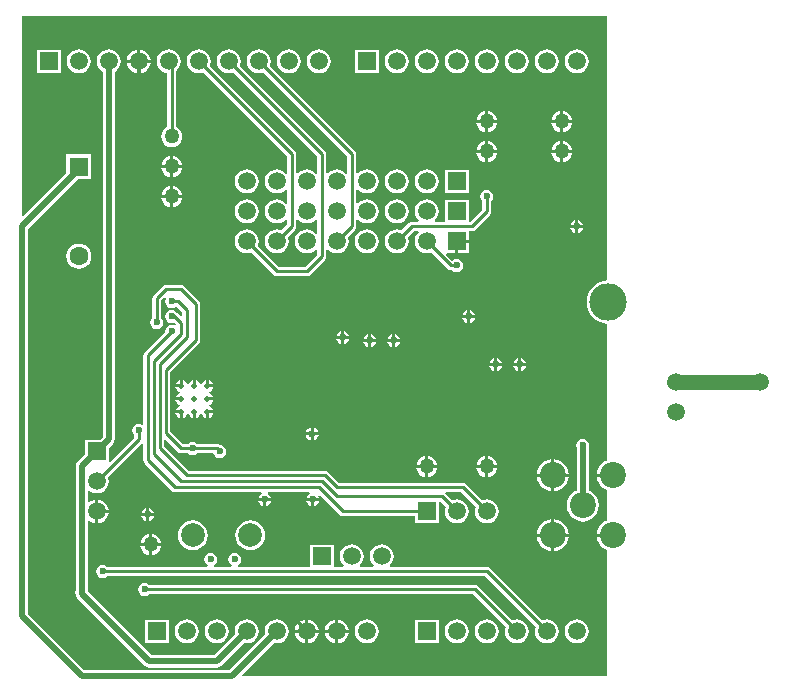
<source format=gbl>
G04 Layer_Physical_Order=2*
G04 Layer_Color=16711680*
%FSLAX25Y25*%
%MOIN*%
G70*
G01*
G75*
%ADD19C,0.01000*%
%ADD20C,0.02000*%
%ADD21C,0.05000*%
%ADD22C,0.05906*%
%ADD23R,0.05906X0.05906*%
%ADD24C,0.06299*%
%ADD25R,0.06299X0.06299*%
%ADD26C,0.12500*%
%ADD27R,0.05906X0.05906*%
%ADD28C,0.08661*%
%ADD29C,0.07874*%
%ADD30C,0.05000*%
%ADD31C,0.02362*%
%ADD32C,0.01969*%
G36*
X200000Y137034D02*
X199130Y136948D01*
X197763Y136534D01*
X196504Y135860D01*
X195400Y134954D01*
X194494Y133851D01*
X193821Y132591D01*
X193406Y131224D01*
X193266Y129803D01*
X193406Y128382D01*
X193821Y127015D01*
X194494Y125756D01*
X195400Y124652D01*
X196504Y123746D01*
X197763Y123073D01*
X199130Y122658D01*
X200000Y122572D01*
Y76942D01*
X199312Y76656D01*
X198198Y75802D01*
X197344Y74688D01*
X196807Y73392D01*
X196689Y72500D01*
X202000D01*
Y71500D01*
X196689D01*
X196807Y70608D01*
X197344Y69312D01*
X198198Y68198D01*
X199312Y67344D01*
X200000Y67058D01*
Y56941D01*
X199312Y56656D01*
X198198Y55802D01*
X197344Y54688D01*
X196807Y53392D01*
X196689Y52500D01*
X202000D01*
Y51500D01*
X196689D01*
X196807Y50608D01*
X197344Y49312D01*
X198198Y48198D01*
X199312Y47344D01*
X200000Y47058D01*
Y5000D01*
X78537D01*
X78346Y5462D01*
X89025Y16141D01*
X90000Y16013D01*
X91032Y16149D01*
X91993Y16547D01*
X92819Y17181D01*
X93453Y18007D01*
X93851Y18968D01*
X93987Y20000D01*
X93851Y21032D01*
X93453Y21993D01*
X92819Y22819D01*
X91993Y23453D01*
X91032Y23851D01*
X90000Y23987D01*
X88968Y23851D01*
X88007Y23453D01*
X87181Y22819D01*
X86547Y21993D01*
X86149Y21032D01*
X86013Y20000D01*
X86142Y19025D01*
X74155Y7039D01*
X25845D01*
X7039Y25845D01*
Y154155D01*
X23695Y170811D01*
X28150D01*
Y179110D01*
X19850D01*
Y172734D01*
X5462Y158346D01*
X5000Y158537D01*
Y225000D01*
X200000D01*
Y137034D01*
D02*
G37*
%LPC*%
G36*
X44500Y213921D02*
Y210500D01*
X47921D01*
X47851Y211032D01*
X47453Y211993D01*
X46819Y212819D01*
X45993Y213453D01*
X45032Y213851D01*
X44500Y213921D01*
D02*
G37*
G36*
X43500D02*
X42968Y213851D01*
X42007Y213453D01*
X41181Y212819D01*
X40547Y211993D01*
X40149Y211032D01*
X40079Y210500D01*
X43500D01*
Y213921D01*
D02*
G37*
G36*
X47921Y209500D02*
X44500D01*
Y206079D01*
X45032Y206149D01*
X45993Y206547D01*
X46819Y207181D01*
X47453Y208007D01*
X47851Y208968D01*
X47921Y209500D01*
D02*
G37*
G36*
X43500D02*
X40079D01*
X40149Y208968D01*
X40547Y208007D01*
X41181Y207181D01*
X42007Y206547D01*
X42968Y206149D01*
X43500Y206079D01*
Y209500D01*
D02*
G37*
G36*
X123953Y213953D02*
X116047D01*
Y206047D01*
X123953D01*
Y213953D01*
D02*
G37*
G36*
X17953D02*
X10047D01*
Y206047D01*
X17953D01*
Y213953D01*
D02*
G37*
G36*
X190000Y213987D02*
X188968Y213851D01*
X188007Y213453D01*
X187181Y212819D01*
X186547Y211993D01*
X186149Y211032D01*
X186013Y210000D01*
X186149Y208968D01*
X186547Y208007D01*
X187181Y207181D01*
X188007Y206547D01*
X188968Y206149D01*
X190000Y206013D01*
X191032Y206149D01*
X191993Y206547D01*
X192819Y207181D01*
X193453Y208007D01*
X193851Y208968D01*
X193987Y210000D01*
X193851Y211032D01*
X193453Y211993D01*
X192819Y212819D01*
X191993Y213453D01*
X191032Y213851D01*
X190000Y213987D01*
D02*
G37*
G36*
X180000D02*
X178968Y213851D01*
X178007Y213453D01*
X177181Y212819D01*
X176547Y211993D01*
X176149Y211032D01*
X176013Y210000D01*
X176149Y208968D01*
X176547Y208007D01*
X177181Y207181D01*
X178007Y206547D01*
X178968Y206149D01*
X180000Y206013D01*
X181032Y206149D01*
X181993Y206547D01*
X182819Y207181D01*
X183453Y208007D01*
X183851Y208968D01*
X183987Y210000D01*
X183851Y211032D01*
X183453Y211993D01*
X182819Y212819D01*
X181993Y213453D01*
X181032Y213851D01*
X180000Y213987D01*
D02*
G37*
G36*
X170000D02*
X168968Y213851D01*
X168007Y213453D01*
X167181Y212819D01*
X166547Y211993D01*
X166149Y211032D01*
X166013Y210000D01*
X166149Y208968D01*
X166547Y208007D01*
X167181Y207181D01*
X168007Y206547D01*
X168968Y206149D01*
X170000Y206013D01*
X171032Y206149D01*
X171993Y206547D01*
X172819Y207181D01*
X173453Y208007D01*
X173851Y208968D01*
X173987Y210000D01*
X173851Y211032D01*
X173453Y211993D01*
X172819Y212819D01*
X171993Y213453D01*
X171032Y213851D01*
X170000Y213987D01*
D02*
G37*
G36*
X160000D02*
X158968Y213851D01*
X158007Y213453D01*
X157181Y212819D01*
X156547Y211993D01*
X156149Y211032D01*
X156013Y210000D01*
X156149Y208968D01*
X156547Y208007D01*
X157181Y207181D01*
X158007Y206547D01*
X158968Y206149D01*
X160000Y206013D01*
X161032Y206149D01*
X161993Y206547D01*
X162819Y207181D01*
X163453Y208007D01*
X163851Y208968D01*
X163987Y210000D01*
X163851Y211032D01*
X163453Y211993D01*
X162819Y212819D01*
X161993Y213453D01*
X161032Y213851D01*
X160000Y213987D01*
D02*
G37*
G36*
X150000D02*
X148968Y213851D01*
X148007Y213453D01*
X147181Y212819D01*
X146547Y211993D01*
X146149Y211032D01*
X146013Y210000D01*
X146149Y208968D01*
X146547Y208007D01*
X147181Y207181D01*
X148007Y206547D01*
X148968Y206149D01*
X150000Y206013D01*
X151032Y206149D01*
X151993Y206547D01*
X152819Y207181D01*
X153453Y208007D01*
X153851Y208968D01*
X153987Y210000D01*
X153851Y211032D01*
X153453Y211993D01*
X152819Y212819D01*
X151993Y213453D01*
X151032Y213851D01*
X150000Y213987D01*
D02*
G37*
G36*
X140000D02*
X138968Y213851D01*
X138007Y213453D01*
X137181Y212819D01*
X136547Y211993D01*
X136149Y211032D01*
X136013Y210000D01*
X136149Y208968D01*
X136547Y208007D01*
X137181Y207181D01*
X138007Y206547D01*
X138968Y206149D01*
X140000Y206013D01*
X141032Y206149D01*
X141993Y206547D01*
X142819Y207181D01*
X143453Y208007D01*
X143851Y208968D01*
X143987Y210000D01*
X143851Y211032D01*
X143453Y211993D01*
X142819Y212819D01*
X141993Y213453D01*
X141032Y213851D01*
X140000Y213987D01*
D02*
G37*
G36*
X130000D02*
X128968Y213851D01*
X128007Y213453D01*
X127181Y212819D01*
X126547Y211993D01*
X126149Y211032D01*
X126013Y210000D01*
X126149Y208968D01*
X126547Y208007D01*
X127181Y207181D01*
X128007Y206547D01*
X128968Y206149D01*
X130000Y206013D01*
X131032Y206149D01*
X131993Y206547D01*
X132819Y207181D01*
X133453Y208007D01*
X133851Y208968D01*
X133987Y210000D01*
X133851Y211032D01*
X133453Y211993D01*
X132819Y212819D01*
X131993Y213453D01*
X131032Y213851D01*
X130000Y213987D01*
D02*
G37*
G36*
X104000D02*
X102968Y213851D01*
X102007Y213453D01*
X101181Y212819D01*
X100547Y211993D01*
X100149Y211032D01*
X100013Y210000D01*
X100149Y208968D01*
X100547Y208007D01*
X101181Y207181D01*
X102007Y206547D01*
X102968Y206149D01*
X104000Y206013D01*
X105032Y206149D01*
X105993Y206547D01*
X106819Y207181D01*
X107453Y208007D01*
X107851Y208968D01*
X107987Y210000D01*
X107851Y211032D01*
X107453Y211993D01*
X106819Y212819D01*
X105993Y213453D01*
X105032Y213851D01*
X104000Y213987D01*
D02*
G37*
G36*
X94000D02*
X92968Y213851D01*
X92007Y213453D01*
X91181Y212819D01*
X90547Y211993D01*
X90149Y211032D01*
X90013Y210000D01*
X90149Y208968D01*
X90547Y208007D01*
X91181Y207181D01*
X92007Y206547D01*
X92968Y206149D01*
X94000Y206013D01*
X95032Y206149D01*
X95993Y206547D01*
X96819Y207181D01*
X97453Y208007D01*
X97851Y208968D01*
X97987Y210000D01*
X97851Y211032D01*
X97453Y211993D01*
X96819Y212819D01*
X95993Y213453D01*
X95032Y213851D01*
X94000Y213987D01*
D02*
G37*
G36*
X24000D02*
X22968Y213851D01*
X22007Y213453D01*
X21181Y212819D01*
X20547Y211993D01*
X20149Y211032D01*
X20013Y210000D01*
X20149Y208968D01*
X20547Y208007D01*
X21181Y207181D01*
X22007Y206547D01*
X22968Y206149D01*
X24000Y206013D01*
X25032Y206149D01*
X25993Y206547D01*
X26819Y207181D01*
X27453Y208007D01*
X27851Y208968D01*
X27987Y210000D01*
X27851Y211032D01*
X27453Y211993D01*
X26819Y212819D01*
X25993Y213453D01*
X25032Y213851D01*
X24000Y213987D01*
D02*
G37*
G36*
X185500Y193464D02*
Y190500D01*
X188464D01*
X188410Y190914D01*
X188057Y191765D01*
X187496Y192496D01*
X186765Y193057D01*
X185914Y193410D01*
X185500Y193464D01*
D02*
G37*
G36*
X184500D02*
X184086Y193410D01*
X183235Y193057D01*
X182504Y192496D01*
X181943Y191765D01*
X181590Y190914D01*
X181536Y190500D01*
X184500D01*
Y193464D01*
D02*
G37*
G36*
X160500D02*
Y190500D01*
X163464D01*
X163410Y190914D01*
X163057Y191765D01*
X162496Y192496D01*
X161765Y193057D01*
X160914Y193410D01*
X160500Y193464D01*
D02*
G37*
G36*
X159500D02*
X159086Y193410D01*
X158235Y193057D01*
X157504Y192496D01*
X156943Y191765D01*
X156590Y190914D01*
X156536Y190500D01*
X159500D01*
Y193464D01*
D02*
G37*
G36*
X188464Y189500D02*
X185500D01*
Y186536D01*
X185914Y186590D01*
X186765Y186943D01*
X187496Y187504D01*
X188057Y188235D01*
X188410Y189086D01*
X188464Y189500D01*
D02*
G37*
G36*
X184500D02*
X181536D01*
X181590Y189086D01*
X181943Y188235D01*
X182504Y187504D01*
X183235Y186943D01*
X184086Y186590D01*
X184500Y186536D01*
Y189500D01*
D02*
G37*
G36*
X163464D02*
X160500D01*
Y186536D01*
X160914Y186590D01*
X161765Y186943D01*
X162496Y187504D01*
X163057Y188235D01*
X163410Y189086D01*
X163464Y189500D01*
D02*
G37*
G36*
X159500D02*
X156536D01*
X156590Y189086D01*
X156943Y188235D01*
X157504Y187504D01*
X158235Y186943D01*
X159086Y186590D01*
X159500Y186536D01*
Y189500D01*
D02*
G37*
G36*
X54000Y213987D02*
X52968Y213851D01*
X52007Y213453D01*
X51181Y212819D01*
X50547Y211993D01*
X50149Y211032D01*
X50013Y210000D01*
X50149Y208968D01*
X50547Y208007D01*
X51181Y207181D01*
X52007Y206547D01*
X52968Y206149D01*
X53471Y206083D01*
Y188155D01*
X53235Y188057D01*
X52504Y187496D01*
X51943Y186765D01*
X51590Y185914D01*
X51470Y185000D01*
X51590Y184086D01*
X51943Y183235D01*
X52504Y182504D01*
X53235Y181943D01*
X54086Y181590D01*
X55000Y181470D01*
X55914Y181590D01*
X56765Y181943D01*
X57496Y182504D01*
X58057Y183235D01*
X58410Y184086D01*
X58530Y185000D01*
X58410Y185914D01*
X58057Y186765D01*
X57496Y187496D01*
X56765Y188057D01*
X56529Y188155D01*
Y206959D01*
X56819Y207181D01*
X57453Y208007D01*
X57851Y208968D01*
X57987Y210000D01*
X57851Y211032D01*
X57453Y211993D01*
X56819Y212819D01*
X55993Y213453D01*
X55032Y213851D01*
X54000Y213987D01*
D02*
G37*
G36*
X185500Y183464D02*
Y180500D01*
X188464D01*
X188410Y180914D01*
X188057Y181765D01*
X187496Y182496D01*
X186765Y183057D01*
X185914Y183410D01*
X185500Y183464D01*
D02*
G37*
G36*
X184500D02*
X184086Y183410D01*
X183235Y183057D01*
X182504Y182496D01*
X181943Y181765D01*
X181590Y180914D01*
X181536Y180500D01*
X184500D01*
Y183464D01*
D02*
G37*
G36*
X160500D02*
Y180500D01*
X163464D01*
X163410Y180914D01*
X163057Y181765D01*
X162496Y182496D01*
X161765Y183057D01*
X160914Y183410D01*
X160500Y183464D01*
D02*
G37*
G36*
X159500D02*
X159086Y183410D01*
X158235Y183057D01*
X157504Y182496D01*
X156943Y181765D01*
X156590Y180914D01*
X156536Y180500D01*
X159500D01*
Y183464D01*
D02*
G37*
G36*
X188464Y179500D02*
X185500D01*
Y176536D01*
X185914Y176590D01*
X186765Y176943D01*
X187496Y177504D01*
X188057Y178235D01*
X188410Y179086D01*
X188464Y179500D01*
D02*
G37*
G36*
X184500D02*
X181536D01*
X181590Y179086D01*
X181943Y178235D01*
X182504Y177504D01*
X183235Y176943D01*
X184086Y176590D01*
X184500Y176536D01*
Y179500D01*
D02*
G37*
G36*
X163464D02*
X160500D01*
Y176536D01*
X160914Y176590D01*
X161765Y176943D01*
X162496Y177504D01*
X163057Y178235D01*
X163410Y179086D01*
X163464Y179500D01*
D02*
G37*
G36*
X159500D02*
X156536D01*
X156590Y179086D01*
X156943Y178235D01*
X157504Y177504D01*
X158235Y176943D01*
X159086Y176590D01*
X159500Y176536D01*
Y179500D01*
D02*
G37*
G36*
X55500Y178464D02*
Y175500D01*
X58464D01*
X58410Y175914D01*
X58057Y176765D01*
X57496Y177496D01*
X56765Y178057D01*
X55914Y178410D01*
X55500Y178464D01*
D02*
G37*
G36*
X54500D02*
X54086Y178410D01*
X53235Y178057D01*
X52504Y177496D01*
X51943Y176765D01*
X51590Y175914D01*
X51536Y175500D01*
X54500D01*
Y178464D01*
D02*
G37*
G36*
X84000Y213987D02*
X82968Y213851D01*
X82007Y213453D01*
X81181Y212819D01*
X80547Y211993D01*
X80149Y211032D01*
X80013Y210000D01*
X80149Y208968D01*
X80547Y208007D01*
X81181Y207181D01*
X82007Y206547D01*
X82968Y206149D01*
X84000Y206013D01*
X85032Y206149D01*
X85496Y206341D01*
X113471Y178366D01*
Y172792D01*
X112971Y172622D01*
X112819Y172819D01*
X111993Y173453D01*
X111032Y173851D01*
X110000Y173987D01*
X108968Y173851D01*
X108007Y173453D01*
X107181Y172819D01*
X107029Y172622D01*
X106529Y172792D01*
Y179000D01*
X106413Y179585D01*
X106081Y180081D01*
X77659Y208504D01*
X77851Y208968D01*
X77987Y210000D01*
X77851Y211032D01*
X77453Y211993D01*
X76819Y212819D01*
X75993Y213453D01*
X75032Y213851D01*
X74000Y213987D01*
X72968Y213851D01*
X72007Y213453D01*
X71181Y212819D01*
X70547Y211993D01*
X70149Y211032D01*
X70013Y210000D01*
X70149Y208968D01*
X70547Y208007D01*
X71181Y207181D01*
X72007Y206547D01*
X72968Y206149D01*
X74000Y206013D01*
X75032Y206149D01*
X75496Y206341D01*
X103471Y178366D01*
Y172792D01*
X102971Y172622D01*
X102819Y172819D01*
X101993Y173453D01*
X101032Y173851D01*
X100000Y173987D01*
X98968Y173851D01*
X98007Y173453D01*
X97181Y172819D01*
X97029Y172622D01*
X96529Y172792D01*
Y179000D01*
X96413Y179585D01*
X96081Y180081D01*
X67659Y208504D01*
X67851Y208968D01*
X67987Y210000D01*
X67851Y211032D01*
X67453Y211993D01*
X66819Y212819D01*
X65993Y213453D01*
X65032Y213851D01*
X64000Y213987D01*
X62968Y213851D01*
X62007Y213453D01*
X61181Y212819D01*
X60547Y211993D01*
X60149Y211032D01*
X60013Y210000D01*
X60149Y208968D01*
X60547Y208007D01*
X61181Y207181D01*
X62007Y206547D01*
X62968Y206149D01*
X64000Y206013D01*
X65032Y206149D01*
X65496Y206341D01*
X93471Y178366D01*
Y172792D01*
X92971Y172622D01*
X92819Y172819D01*
X91993Y173453D01*
X91032Y173851D01*
X90000Y173987D01*
X88968Y173851D01*
X88007Y173453D01*
X87181Y172819D01*
X86547Y171993D01*
X86149Y171032D01*
X86013Y170000D01*
X86149Y168968D01*
X86547Y168007D01*
X87181Y167181D01*
X88007Y166547D01*
X88968Y166149D01*
X90000Y166013D01*
X91032Y166149D01*
X91993Y166547D01*
X92819Y167181D01*
X92971Y167378D01*
X93471Y167209D01*
Y162792D01*
X92971Y162622D01*
X92819Y162819D01*
X91993Y163453D01*
X91032Y163851D01*
X90000Y163987D01*
X88968Y163851D01*
X88007Y163453D01*
X87181Y162819D01*
X86547Y161993D01*
X86149Y161032D01*
X86013Y160000D01*
X86149Y158968D01*
X86547Y158007D01*
X87181Y157181D01*
X88007Y156547D01*
X88968Y156149D01*
X90000Y156013D01*
X91032Y156149D01*
X91993Y156547D01*
X92819Y157181D01*
X92971Y157378D01*
X93471Y157209D01*
Y155633D01*
X91496Y153659D01*
X91032Y153851D01*
X90000Y153987D01*
X88968Y153851D01*
X88007Y153453D01*
X87181Y152819D01*
X86547Y151993D01*
X86149Y151032D01*
X86013Y150000D01*
X86149Y148968D01*
X86547Y148007D01*
X87181Y147181D01*
X88007Y146547D01*
X88968Y146149D01*
X90000Y146013D01*
X91032Y146149D01*
X91993Y146547D01*
X92819Y147181D01*
X93453Y148007D01*
X93851Y148968D01*
X93987Y150000D01*
X93851Y151032D01*
X93659Y151496D01*
X96081Y153919D01*
X96413Y154415D01*
X96529Y155000D01*
Y157209D01*
X97029Y157378D01*
X97181Y157181D01*
X98007Y156547D01*
X98968Y156149D01*
X100000Y156013D01*
X101032Y156149D01*
X101993Y156547D01*
X102819Y157181D01*
X102971Y157378D01*
X103471Y157209D01*
Y152792D01*
X102971Y152622D01*
X102819Y152819D01*
X101993Y153453D01*
X101032Y153851D01*
X100000Y153987D01*
X98968Y153851D01*
X98007Y153453D01*
X97181Y152819D01*
X96547Y151993D01*
X96149Y151032D01*
X96013Y150000D01*
X96149Y148968D01*
X96547Y148007D01*
X97181Y147181D01*
X98007Y146547D01*
X98968Y146149D01*
X100000Y146013D01*
X101032Y146149D01*
X101993Y146547D01*
X102819Y147181D01*
X102971Y147378D01*
X103471Y147208D01*
Y145633D01*
X99366Y141529D01*
X90633D01*
X83659Y148504D01*
X83851Y148968D01*
X83987Y150000D01*
X83851Y151032D01*
X83453Y151993D01*
X82819Y152819D01*
X81993Y153453D01*
X81032Y153851D01*
X80000Y153987D01*
X78968Y153851D01*
X78007Y153453D01*
X77181Y152819D01*
X76547Y151993D01*
X76149Y151032D01*
X76013Y150000D01*
X76149Y148968D01*
X76547Y148007D01*
X77181Y147181D01*
X78007Y146547D01*
X78968Y146149D01*
X80000Y146013D01*
X81032Y146149D01*
X81496Y146341D01*
X88919Y138919D01*
X89415Y138587D01*
X90000Y138471D01*
X100000D01*
X100585Y138587D01*
X101081Y138919D01*
X106081Y143919D01*
X106413Y144415D01*
X106529Y145000D01*
Y147208D01*
X107029Y147378D01*
X107181Y147181D01*
X108007Y146547D01*
X108968Y146149D01*
X110000Y146013D01*
X111032Y146149D01*
X111993Y146547D01*
X112819Y147181D01*
X113453Y148007D01*
X113851Y148968D01*
X113987Y150000D01*
X113851Y151032D01*
X113659Y151496D01*
X116081Y153919D01*
X116413Y154415D01*
X116529Y155000D01*
Y157209D01*
X117029Y157378D01*
X117181Y157181D01*
X118007Y156547D01*
X118968Y156149D01*
X120000Y156013D01*
X121032Y156149D01*
X121993Y156547D01*
X122819Y157181D01*
X123453Y158007D01*
X123851Y158968D01*
X123987Y160000D01*
X123851Y161032D01*
X123453Y161993D01*
X122819Y162819D01*
X121993Y163453D01*
X121032Y163851D01*
X120000Y163987D01*
X118968Y163851D01*
X118007Y163453D01*
X117181Y162819D01*
X117029Y162622D01*
X116529Y162792D01*
Y167209D01*
X117029Y167378D01*
X117181Y167181D01*
X118007Y166547D01*
X118968Y166149D01*
X120000Y166013D01*
X121032Y166149D01*
X121993Y166547D01*
X122819Y167181D01*
X123453Y168007D01*
X123851Y168968D01*
X123987Y170000D01*
X123851Y171032D01*
X123453Y171993D01*
X122819Y172819D01*
X121993Y173453D01*
X121032Y173851D01*
X120000Y173987D01*
X118968Y173851D01*
X118007Y173453D01*
X117181Y172819D01*
X117029Y172622D01*
X116529Y172792D01*
Y179000D01*
X116413Y179585D01*
X116081Y180081D01*
X87659Y208504D01*
X87851Y208968D01*
X87987Y210000D01*
X87851Y211032D01*
X87453Y211993D01*
X86819Y212819D01*
X85993Y213453D01*
X85032Y213851D01*
X84000Y213987D01*
D02*
G37*
G36*
X58464Y174500D02*
X55500D01*
Y171536D01*
X55914Y171590D01*
X56765Y171943D01*
X57496Y172504D01*
X58057Y173235D01*
X58410Y174086D01*
X58464Y174500D01*
D02*
G37*
G36*
X54500D02*
X51536D01*
X51590Y174086D01*
X51943Y173235D01*
X52504Y172504D01*
X53235Y171943D01*
X54086Y171590D01*
X54500Y171536D01*
Y174500D01*
D02*
G37*
G36*
X153953Y173953D02*
X146047D01*
Y166047D01*
X153953D01*
Y173953D01*
D02*
G37*
G36*
X140000Y173987D02*
X138968Y173851D01*
X138007Y173453D01*
X137181Y172819D01*
X136547Y171993D01*
X136149Y171032D01*
X136013Y170000D01*
X136149Y168968D01*
X136547Y168007D01*
X137181Y167181D01*
X138007Y166547D01*
X138968Y166149D01*
X140000Y166013D01*
X141032Y166149D01*
X141993Y166547D01*
X142819Y167181D01*
X143453Y168007D01*
X143851Y168968D01*
X143987Y170000D01*
X143851Y171032D01*
X143453Y171993D01*
X142819Y172819D01*
X141993Y173453D01*
X141032Y173851D01*
X140000Y173987D01*
D02*
G37*
G36*
X130000D02*
X128968Y173851D01*
X128007Y173453D01*
X127181Y172819D01*
X126547Y171993D01*
X126149Y171032D01*
X126013Y170000D01*
X126149Y168968D01*
X126547Y168007D01*
X127181Y167181D01*
X128007Y166547D01*
X128968Y166149D01*
X130000Y166013D01*
X131032Y166149D01*
X131993Y166547D01*
X132819Y167181D01*
X133453Y168007D01*
X133851Y168968D01*
X133987Y170000D01*
X133851Y171032D01*
X133453Y171993D01*
X132819Y172819D01*
X131993Y173453D01*
X131032Y173851D01*
X130000Y173987D01*
D02*
G37*
G36*
X80000D02*
X78968Y173851D01*
X78007Y173453D01*
X77181Y172819D01*
X76547Y171993D01*
X76149Y171032D01*
X76013Y170000D01*
X76149Y168968D01*
X76547Y168007D01*
X77181Y167181D01*
X78007Y166547D01*
X78968Y166149D01*
X80000Y166013D01*
X81032Y166149D01*
X81993Y166547D01*
X82819Y167181D01*
X83453Y168007D01*
X83851Y168968D01*
X83987Y170000D01*
X83851Y171032D01*
X83453Y171993D01*
X82819Y172819D01*
X81993Y173453D01*
X81032Y173851D01*
X80000Y173987D01*
D02*
G37*
G36*
X55500Y168464D02*
Y165500D01*
X58464D01*
X58410Y165914D01*
X58057Y166765D01*
X57496Y167496D01*
X56765Y168057D01*
X55914Y168410D01*
X55500Y168464D01*
D02*
G37*
G36*
X54500D02*
X54086Y168410D01*
X53235Y168057D01*
X52504Y167496D01*
X51943Y166765D01*
X51590Y165914D01*
X51536Y165500D01*
X54500D01*
Y168464D01*
D02*
G37*
G36*
X58464Y164500D02*
X55500D01*
Y161536D01*
X55914Y161590D01*
X56765Y161943D01*
X57496Y162504D01*
X58057Y163235D01*
X58410Y164086D01*
X58464Y164500D01*
D02*
G37*
G36*
X54500D02*
X51536D01*
X51590Y164086D01*
X51943Y163235D01*
X52504Y162504D01*
X53235Y161943D01*
X54086Y161590D01*
X54500Y161536D01*
Y164500D01*
D02*
G37*
G36*
X160000Y167224D02*
X159149Y167054D01*
X158428Y166572D01*
X157946Y165851D01*
X157776Y165000D01*
X157946Y164149D01*
X158428Y163427D01*
X158471Y163399D01*
Y160634D01*
X154453Y156616D01*
X153953Y156738D01*
Y163953D01*
X146047D01*
Y156529D01*
X142791D01*
X142622Y157029D01*
X142819Y157181D01*
X143453Y158007D01*
X143851Y158968D01*
X143987Y160000D01*
X143851Y161032D01*
X143453Y161993D01*
X142819Y162819D01*
X141993Y163453D01*
X141032Y163851D01*
X140000Y163987D01*
X138968Y163851D01*
X138007Y163453D01*
X137181Y162819D01*
X136547Y161993D01*
X136149Y161032D01*
X136013Y160000D01*
X136149Y158968D01*
X136547Y158007D01*
X137181Y157181D01*
X137378Y157029D01*
X137208Y156529D01*
X135000D01*
X134415Y156413D01*
X133919Y156081D01*
X131496Y153659D01*
X131032Y153851D01*
X130000Y153987D01*
X128968Y153851D01*
X128007Y153453D01*
X127181Y152819D01*
X126547Y151993D01*
X126149Y151032D01*
X126013Y150000D01*
X126149Y148968D01*
X126547Y148007D01*
X127181Y147181D01*
X128007Y146547D01*
X128968Y146149D01*
X130000Y146013D01*
X131032Y146149D01*
X131993Y146547D01*
X132819Y147181D01*
X133453Y148007D01*
X133851Y148968D01*
X133987Y150000D01*
X133851Y151032D01*
X133659Y151496D01*
X135634Y153471D01*
X137208D01*
X137378Y152971D01*
X137181Y152819D01*
X136547Y151993D01*
X136149Y151032D01*
X136013Y150000D01*
X136149Y148968D01*
X136547Y148007D01*
X137181Y147181D01*
X138007Y146547D01*
X138968Y146149D01*
X140000Y146013D01*
X141032Y146149D01*
X141496Y146341D01*
X146919Y140919D01*
X147415Y140587D01*
X148000Y140471D01*
X148399D01*
X148427Y140427D01*
X149149Y139945D01*
X150000Y139776D01*
X150851Y139945D01*
X151573Y140427D01*
X152055Y141149D01*
X152224Y142000D01*
X152055Y142851D01*
X151573Y143572D01*
X150851Y144054D01*
X150000Y144224D01*
X149149Y144054D01*
X148525Y143638D01*
X146578Y145585D01*
X146769Y146047D01*
X149500D01*
Y150000D01*
X150000D01*
Y150500D01*
X153953D01*
Y153471D01*
X155000D01*
X155585Y153587D01*
X156081Y153919D01*
X161081Y158919D01*
X161413Y159415D01*
X161529Y160000D01*
Y163399D01*
X161573Y163427D01*
X162055Y164149D01*
X162224Y165000D01*
X162055Y165851D01*
X161573Y166572D01*
X160851Y167054D01*
X160000Y167224D01*
D02*
G37*
G36*
X130000Y163987D02*
X128968Y163851D01*
X128007Y163453D01*
X127181Y162819D01*
X126547Y161993D01*
X126149Y161032D01*
X126013Y160000D01*
X126149Y158968D01*
X126547Y158007D01*
X127181Y157181D01*
X128007Y156547D01*
X128968Y156149D01*
X130000Y156013D01*
X131032Y156149D01*
X131993Y156547D01*
X132819Y157181D01*
X133453Y158007D01*
X133851Y158968D01*
X133987Y160000D01*
X133851Y161032D01*
X133453Y161993D01*
X132819Y162819D01*
X131993Y163453D01*
X131032Y163851D01*
X130000Y163987D01*
D02*
G37*
G36*
X80000D02*
X78968Y163851D01*
X78007Y163453D01*
X77181Y162819D01*
X76547Y161993D01*
X76149Y161032D01*
X76013Y160000D01*
X76149Y158968D01*
X76547Y158007D01*
X77181Y157181D01*
X78007Y156547D01*
X78968Y156149D01*
X80000Y156013D01*
X81032Y156149D01*
X81993Y156547D01*
X82819Y157181D01*
X83453Y158007D01*
X83851Y158968D01*
X83987Y160000D01*
X83851Y161032D01*
X83453Y161993D01*
X82819Y162819D01*
X81993Y163453D01*
X81032Y163851D01*
X80000Y163987D01*
D02*
G37*
G36*
X190500Y157124D02*
Y155500D01*
X192124D01*
X192054Y155851D01*
X191572Y156572D01*
X190851Y157054D01*
X190500Y157124D01*
D02*
G37*
G36*
X189500D02*
X189149Y157054D01*
X188427Y156572D01*
X187945Y155851D01*
X187876Y155500D01*
X189500D01*
Y157124D01*
D02*
G37*
G36*
X192124Y154500D02*
X190500D01*
Y152876D01*
X190851Y152945D01*
X191572Y153428D01*
X192054Y154149D01*
X192124Y154500D01*
D02*
G37*
G36*
X189500D02*
X187876D01*
X187945Y154149D01*
X188427Y153428D01*
X189149Y152945D01*
X189500Y152876D01*
Y154500D01*
D02*
G37*
G36*
X153953Y149500D02*
X150500D01*
Y146047D01*
X153953D01*
Y149500D01*
D02*
G37*
G36*
X120000Y153987D02*
X118968Y153851D01*
X118007Y153453D01*
X117181Y152819D01*
X116547Y151993D01*
X116149Y151032D01*
X116013Y150000D01*
X116149Y148968D01*
X116547Y148007D01*
X117181Y147181D01*
X118007Y146547D01*
X118968Y146149D01*
X120000Y146013D01*
X121032Y146149D01*
X121993Y146547D01*
X122819Y147181D01*
X123453Y148007D01*
X123851Y148968D01*
X123987Y150000D01*
X123851Y151032D01*
X123453Y151993D01*
X122819Y152819D01*
X121993Y153453D01*
X121032Y153851D01*
X120000Y153987D01*
D02*
G37*
G36*
X24000Y149225D02*
X22917Y149082D01*
X21907Y148664D01*
X21041Y147999D01*
X20375Y147132D01*
X19957Y146123D01*
X19815Y145039D01*
X19957Y143956D01*
X20375Y142947D01*
X21041Y142080D01*
X21907Y141415D01*
X22917Y140997D01*
X24000Y140854D01*
X25083Y140997D01*
X26093Y141415D01*
X26959Y142080D01*
X27625Y142947D01*
X28043Y143956D01*
X28185Y145039D01*
X28043Y146123D01*
X27625Y147132D01*
X26959Y147999D01*
X26093Y148664D01*
X25083Y149082D01*
X24000Y149225D01*
D02*
G37*
G36*
X154500Y127124D02*
Y125500D01*
X156124D01*
X156054Y125851D01*
X155572Y126573D01*
X154851Y127055D01*
X154500Y127124D01*
D02*
G37*
G36*
X153500D02*
X153149Y127055D01*
X152427Y126573D01*
X151945Y125851D01*
X151876Y125500D01*
X153500D01*
Y127124D01*
D02*
G37*
G36*
X156124Y124500D02*
X154500D01*
Y122876D01*
X154851Y122945D01*
X155572Y123427D01*
X156054Y124149D01*
X156124Y124500D01*
D02*
G37*
G36*
X153500D02*
X151876D01*
X151945Y124149D01*
X152427Y123427D01*
X153149Y122945D01*
X153500Y122876D01*
Y124500D01*
D02*
G37*
G36*
X112500Y120124D02*
Y118500D01*
X114124D01*
X114055Y118851D01*
X113573Y119572D01*
X112851Y120054D01*
X112500Y120124D01*
D02*
G37*
G36*
X111500D02*
X111149Y120054D01*
X110427Y119572D01*
X109945Y118851D01*
X109876Y118500D01*
X111500D01*
Y120124D01*
D02*
G37*
G36*
X129500Y119124D02*
Y117500D01*
X131124D01*
X131054Y117851D01*
X130572Y118572D01*
X129851Y119054D01*
X129500Y119124D01*
D02*
G37*
G36*
X128500D02*
X128149Y119054D01*
X127427Y118572D01*
X126945Y117851D01*
X126876Y117500D01*
X128500D01*
Y119124D01*
D02*
G37*
G36*
X121500D02*
Y117500D01*
X123124D01*
X123055Y117851D01*
X122573Y118572D01*
X121851Y119054D01*
X121500Y119124D01*
D02*
G37*
G36*
X120500D02*
X120149Y119054D01*
X119428Y118572D01*
X118946Y117851D01*
X118876Y117500D01*
X120500D01*
Y119124D01*
D02*
G37*
G36*
X114124Y117500D02*
X112500D01*
Y115876D01*
X112851Y115945D01*
X113573Y116428D01*
X114055Y117149D01*
X114124Y117500D01*
D02*
G37*
G36*
X111500D02*
X109876D01*
X109945Y117149D01*
X110427Y116428D01*
X111149Y115945D01*
X111500Y115876D01*
Y117500D01*
D02*
G37*
G36*
X131124Y116500D02*
X129500D01*
Y114876D01*
X129851Y114945D01*
X130572Y115427D01*
X131054Y116149D01*
X131124Y116500D01*
D02*
G37*
G36*
X128500D02*
X126876D01*
X126945Y116149D01*
X127427Y115427D01*
X128149Y114945D01*
X128500Y114876D01*
Y116500D01*
D02*
G37*
G36*
X123124D02*
X121500D01*
Y114876D01*
X121851Y114945D01*
X122573Y115427D01*
X123055Y116149D01*
X123124Y116500D01*
D02*
G37*
G36*
X120500D02*
X118876D01*
X118946Y116149D01*
X119428Y115427D01*
X120149Y114945D01*
X120500Y114876D01*
Y116500D01*
D02*
G37*
G36*
X171500Y111124D02*
Y109500D01*
X173124D01*
X173055Y109851D01*
X172573Y110573D01*
X171851Y111055D01*
X171500Y111124D01*
D02*
G37*
G36*
X170500D02*
X170149Y111055D01*
X169428Y110573D01*
X168946Y109851D01*
X168876Y109500D01*
X170500D01*
Y111124D01*
D02*
G37*
G36*
X163500D02*
Y109500D01*
X165124D01*
X165055Y109851D01*
X164573Y110573D01*
X163851Y111055D01*
X163500Y111124D01*
D02*
G37*
G36*
X162500D02*
X162149Y111055D01*
X161427Y110573D01*
X160945Y109851D01*
X160876Y109500D01*
X162500D01*
Y111124D01*
D02*
G37*
G36*
X173124Y108500D02*
X171500D01*
Y106876D01*
X171851Y106946D01*
X172573Y107428D01*
X173055Y108149D01*
X173124Y108500D01*
D02*
G37*
G36*
X170500D02*
X168876D01*
X168946Y108149D01*
X169428Y107428D01*
X170149Y106946D01*
X170500Y106876D01*
Y108500D01*
D02*
G37*
G36*
X165124D02*
X163500D01*
Y106876D01*
X163851Y106946D01*
X164573Y107428D01*
X165055Y108149D01*
X165124Y108500D01*
D02*
G37*
G36*
X162500D02*
X160876D01*
X160945Y108149D01*
X161427Y107428D01*
X162149Y106946D01*
X162500Y106876D01*
Y108500D01*
D02*
G37*
G36*
X66331Y103754D02*
X66057Y103700D01*
X65400Y103261D01*
X64962Y102605D01*
X64920Y102397D01*
X64411D01*
X64369Y102605D01*
X63931Y103261D01*
X63274Y103700D01*
X63000Y103754D01*
Y101831D01*
X62000D01*
Y103754D01*
X61726Y103700D01*
X61069Y103261D01*
X60631Y102605D01*
X60589Y102397D01*
X60080D01*
X60038Y102605D01*
X59600Y103261D01*
X58943Y103700D01*
X58669Y103754D01*
Y101831D01*
X58169D01*
Y101331D01*
X56246D01*
X56300Y101057D01*
X56739Y100400D01*
X57395Y99962D01*
X57603Y99920D01*
Y99410D01*
X57395Y99369D01*
X56739Y98931D01*
X56300Y98274D01*
X56246Y98000D01*
X58169D01*
Y97000D01*
X56246D01*
X56300Y96726D01*
X56739Y96069D01*
X57395Y95631D01*
X57603Y95590D01*
Y95080D01*
X57395Y95038D01*
X56739Y94600D01*
X56300Y93944D01*
X56246Y93669D01*
X58169D01*
Y93169D01*
X58669D01*
Y91246D01*
X58943Y91300D01*
X59600Y91739D01*
X60038Y92395D01*
X60080Y92603D01*
X60589D01*
X60631Y92395D01*
X61069Y91739D01*
X61726Y91300D01*
X62000Y91246D01*
Y93169D01*
X63000D01*
Y91246D01*
X63274Y91300D01*
X63931Y91739D01*
X64369Y92395D01*
X64411Y92603D01*
X64920D01*
X64962Y92395D01*
X65400Y91739D01*
X66057Y91300D01*
X66331Y91246D01*
Y93169D01*
X66831D01*
Y93669D01*
X68754D01*
X68700Y93944D01*
X68261Y94600D01*
X67605Y95038D01*
X67397Y95080D01*
Y95590D01*
X67605Y95631D01*
X68261Y96069D01*
X68700Y96726D01*
X68754Y97000D01*
X66831D01*
Y98000D01*
X68754D01*
X68700Y98274D01*
X68261Y98931D01*
X67605Y99369D01*
X67397Y99410D01*
Y99920D01*
X67605Y99962D01*
X68261Y100400D01*
X68700Y101057D01*
X68754Y101331D01*
X66831D01*
Y101831D01*
X66331D01*
Y103754D01*
D02*
G37*
G36*
X67331D02*
Y102331D01*
X68754D01*
X68700Y102605D01*
X68261Y103261D01*
X67605Y103700D01*
X67331Y103754D01*
D02*
G37*
G36*
X57669D02*
X57395Y103700D01*
X56739Y103261D01*
X56300Y102605D01*
X56246Y102331D01*
X57669D01*
Y103754D01*
D02*
G37*
G36*
X68754Y92669D02*
X67331D01*
Y91246D01*
X67605Y91300D01*
X68261Y91739D01*
X68700Y92395D01*
X68754Y92669D01*
D02*
G37*
G36*
X57669D02*
X56246D01*
X56300Y92395D01*
X56739Y91739D01*
X57395Y91300D01*
X57669Y91246D01*
Y92669D01*
D02*
G37*
G36*
X102300Y87949D02*
Y86324D01*
X103924D01*
X103855Y86675D01*
X103373Y87397D01*
X102651Y87879D01*
X102300Y87949D01*
D02*
G37*
G36*
X101300D02*
X100949Y87879D01*
X100227Y87397D01*
X99746Y86675D01*
X99676Y86324D01*
X101300D01*
Y87949D01*
D02*
G37*
G36*
X103924Y85324D02*
X102300D01*
Y83700D01*
X102651Y83770D01*
X103373Y84252D01*
X103855Y84973D01*
X103924Y85324D01*
D02*
G37*
G36*
X101300D02*
X99676D01*
X99746Y84973D01*
X100227Y84252D01*
X100949Y83770D01*
X101300Y83700D01*
Y85324D01*
D02*
G37*
G36*
X34000Y213987D02*
X32968Y213851D01*
X32007Y213453D01*
X31181Y212819D01*
X30547Y211993D01*
X30149Y211032D01*
X30013Y210000D01*
X30149Y208968D01*
X30547Y208007D01*
X31181Y207181D01*
X31961Y206582D01*
Y84845D01*
X31069Y83953D01*
X26047D01*
Y78931D01*
X23558Y76442D01*
X23116Y75780D01*
X22961Y75000D01*
Y33874D01*
X22945Y33851D01*
X22776Y33000D01*
X22945Y32149D01*
X23067Y31967D01*
X23116Y31720D01*
X23558Y31058D01*
X46058Y8558D01*
X46058Y8558D01*
X46720Y8116D01*
X47500Y7961D01*
X47500Y7961D01*
X70000D01*
X70780Y8116D01*
X71442Y8558D01*
X79025Y16141D01*
X80000Y16013D01*
X81032Y16149D01*
X81993Y16547D01*
X82819Y17181D01*
X83453Y18007D01*
X83851Y18968D01*
X83987Y20000D01*
X83851Y21032D01*
X83453Y21993D01*
X82819Y22819D01*
X81993Y23453D01*
X81032Y23851D01*
X80000Y23987D01*
X78968Y23851D01*
X78007Y23453D01*
X77181Y22819D01*
X76547Y21993D01*
X76149Y21032D01*
X76013Y20000D01*
X76142Y19025D01*
X69155Y12039D01*
X48345D01*
X27184Y33200D01*
X27055Y33851D01*
X27039Y33874D01*
Y56659D01*
X27539Y56906D01*
X28007Y56547D01*
X28968Y56149D01*
X29500Y56079D01*
Y60000D01*
Y63921D01*
X28968Y63851D01*
X28007Y63453D01*
X27539Y63094D01*
X27039Y63341D01*
Y66659D01*
X27539Y66906D01*
X28007Y66547D01*
X28968Y66149D01*
X30000Y66013D01*
X31032Y66149D01*
X31993Y66547D01*
X32819Y67181D01*
X33453Y68007D01*
X33851Y68968D01*
X33987Y70000D01*
X33851Y71032D01*
X33659Y71496D01*
X44971Y82808D01*
X45408Y82671D01*
X45471Y82623D01*
Y77000D01*
X45587Y76415D01*
X45919Y75919D01*
X54919Y66919D01*
X55415Y66587D01*
X56000Y66471D01*
X84873D01*
X85023Y65971D01*
X84427Y65573D01*
X83946Y64851D01*
X83876Y64500D01*
X88124D01*
X88055Y64851D01*
X87572Y65573D01*
X86977Y65971D01*
X87127Y66471D01*
X100873D01*
X101023Y65971D01*
X100427Y65573D01*
X99945Y64851D01*
X99876Y64500D01*
X104124D01*
X104054Y64851D01*
X103858Y65146D01*
X104130Y65638D01*
X104201Y65636D01*
X110919Y58919D01*
X111415Y58587D01*
X112000Y58471D01*
X136047D01*
Y56047D01*
X143953D01*
Y63262D01*
X144453Y63384D01*
X146341Y61496D01*
X146149Y61032D01*
X146013Y60000D01*
X146149Y58968D01*
X146547Y58007D01*
X147181Y57181D01*
X148007Y56547D01*
X148968Y56149D01*
X150000Y56013D01*
X151032Y56149D01*
X151993Y56547D01*
X152819Y57181D01*
X153453Y58007D01*
X153851Y58968D01*
X153987Y60000D01*
X153851Y61032D01*
X153453Y61993D01*
X152819Y62819D01*
X151993Y63453D01*
X151032Y63851D01*
X150000Y63987D01*
X148968Y63851D01*
X148504Y63659D01*
X146192Y65971D01*
X146329Y66408D01*
X146377Y66471D01*
X151366D01*
X156341Y61496D01*
X156149Y61032D01*
X156013Y60000D01*
X156149Y58968D01*
X156547Y58007D01*
X157181Y57181D01*
X158007Y56547D01*
X158968Y56149D01*
X160000Y56013D01*
X161032Y56149D01*
X161993Y56547D01*
X162819Y57181D01*
X163453Y58007D01*
X163851Y58968D01*
X163987Y60000D01*
X163851Y61032D01*
X163453Y61993D01*
X162819Y62819D01*
X161993Y63453D01*
X161032Y63851D01*
X160000Y63987D01*
X158968Y63851D01*
X158504Y63659D01*
X153081Y69081D01*
X152585Y69413D01*
X152000Y69529D01*
X110634D01*
X107081Y73081D01*
X106585Y73413D01*
X106000Y73529D01*
X60633D01*
X52529Y81634D01*
Y83654D01*
X52991Y83846D01*
X56919Y79919D01*
X57415Y79587D01*
X58000Y79471D01*
X60399D01*
X60427Y79427D01*
X61149Y78945D01*
X62000Y78776D01*
X62851Y78945D01*
X63573Y79427D01*
X63601Y79471D01*
X68881D01*
X68945Y79149D01*
X69428Y78427D01*
X70149Y77946D01*
X71000Y77776D01*
X71851Y77946D01*
X72572Y78427D01*
X73054Y79149D01*
X73224Y80000D01*
X73054Y80851D01*
X72572Y81573D01*
X71851Y82055D01*
X71000Y82224D01*
X70898Y82204D01*
X70585Y82413D01*
X70000Y82529D01*
X63601D01*
X63573Y82573D01*
X62851Y83055D01*
X62000Y83224D01*
X61149Y83055D01*
X60427Y82573D01*
X60399Y82529D01*
X58634D01*
X54529Y86633D01*
Y106367D01*
X64081Y115919D01*
X64413Y116415D01*
X64529Y117000D01*
Y129000D01*
X64413Y129585D01*
X64081Y130081D01*
X59081Y135081D01*
X58585Y135413D01*
X58000Y135529D01*
X53000D01*
X52415Y135413D01*
X51919Y135081D01*
X48919Y132081D01*
X48587Y131585D01*
X48471Y131000D01*
Y124601D01*
X48428Y124573D01*
X47945Y123851D01*
X47776Y123000D01*
X47945Y122149D01*
X48428Y121428D01*
X49149Y120946D01*
X50000Y120776D01*
X50851Y120946D01*
X51573Y121428D01*
X52055Y122149D01*
X52224Y123000D01*
X52055Y123851D01*
X51573Y124573D01*
X51529Y124601D01*
Y130367D01*
X52799Y131636D01*
X52870Y131638D01*
X53142Y131146D01*
X52946Y130851D01*
X52776Y130000D01*
X52946Y129149D01*
X53427Y128428D01*
X54149Y127945D01*
X55000Y127776D01*
X55851Y127945D01*
X56475Y128362D01*
X58471Y126366D01*
Y125183D01*
X58009Y124991D01*
X56919Y126081D01*
X56886Y126103D01*
X56573Y126573D01*
X55851Y127055D01*
X55000Y127224D01*
X54149Y127055D01*
X53427Y126573D01*
X52946Y125851D01*
X52776Y125000D01*
X52946Y124149D01*
X53427Y123427D01*
X54149Y122945D01*
X55000Y122776D01*
X55749Y122925D01*
X56355Y122319D01*
X56049Y121945D01*
X56030Y121935D01*
X55851Y122055D01*
X55000Y122224D01*
X54149Y122055D01*
X53427Y121572D01*
X52946Y120851D01*
X52776Y120000D01*
X52786Y119949D01*
X45919Y113081D01*
X45587Y112585D01*
X45471Y112000D01*
Y89171D01*
X45030Y88935D01*
X44851Y89055D01*
X44000Y89224D01*
X43149Y89055D01*
X42428Y88573D01*
X41945Y87851D01*
X41776Y87000D01*
X41945Y86149D01*
X42428Y85427D01*
X42471Y85399D01*
Y84633D01*
X34415Y76578D01*
X33953Y76769D01*
Y81069D01*
X35442Y82558D01*
X35884Y83220D01*
X36039Y84000D01*
Y206582D01*
X36819Y207181D01*
X37453Y208007D01*
X37851Y208968D01*
X37987Y210000D01*
X37851Y211032D01*
X37453Y211993D01*
X36819Y212819D01*
X35993Y213453D01*
X35032Y213851D01*
X34000Y213987D01*
D02*
G37*
G36*
X160500Y78464D02*
Y75500D01*
X163464D01*
X163410Y75914D01*
X163057Y76765D01*
X162496Y77496D01*
X161765Y78057D01*
X160914Y78410D01*
X160500Y78464D01*
D02*
G37*
G36*
X159500D02*
X159086Y78410D01*
X158235Y78057D01*
X157504Y77496D01*
X156943Y76765D01*
X156590Y75914D01*
X156536Y75500D01*
X159500D01*
Y78464D01*
D02*
G37*
G36*
X140500D02*
Y75500D01*
X143464D01*
X143410Y75914D01*
X143057Y76765D01*
X142496Y77496D01*
X141765Y78057D01*
X140914Y78410D01*
X140500Y78464D01*
D02*
G37*
G36*
X139500D02*
X139086Y78410D01*
X138235Y78057D01*
X137504Y77496D01*
X136943Y76765D01*
X136590Y75914D01*
X136536Y75500D01*
X139500D01*
Y78464D01*
D02*
G37*
G36*
X182500Y77311D02*
Y72500D01*
X187311D01*
X187194Y73392D01*
X186656Y74688D01*
X185802Y75802D01*
X184688Y76656D01*
X183392Y77193D01*
X182500Y77311D01*
D02*
G37*
G36*
X181500D02*
X180608Y77193D01*
X179312Y76656D01*
X178198Y75802D01*
X177344Y74688D01*
X176806Y73392D01*
X176689Y72500D01*
X181500D01*
Y77311D01*
D02*
G37*
G36*
X163464Y74500D02*
X160500D01*
Y71536D01*
X160914Y71590D01*
X161765Y71943D01*
X162496Y72504D01*
X163057Y73235D01*
X163410Y74086D01*
X163464Y74500D01*
D02*
G37*
G36*
X159500D02*
X156536D01*
X156590Y74086D01*
X156943Y73235D01*
X157504Y72504D01*
X158235Y71943D01*
X159086Y71590D01*
X159500Y71536D01*
Y74500D01*
D02*
G37*
G36*
X143464D02*
X140500D01*
Y71536D01*
X140914Y71590D01*
X141765Y71943D01*
X142496Y72504D01*
X143057Y73235D01*
X143410Y74086D01*
X143464Y74500D01*
D02*
G37*
G36*
X139500D02*
X136536D01*
X136590Y74086D01*
X136943Y73235D01*
X137504Y72504D01*
X138235Y71943D01*
X139086Y71590D01*
X139500Y71536D01*
Y74500D01*
D02*
G37*
G36*
X187311Y71500D02*
X182500D01*
Y66689D01*
X183392Y66807D01*
X184688Y67344D01*
X185802Y68198D01*
X186656Y69312D01*
X187194Y70608D01*
X187311Y71500D01*
D02*
G37*
G36*
X181500D02*
X176689D01*
X176806Y70608D01*
X177344Y69312D01*
X178198Y68198D01*
X179312Y67344D01*
X180608Y66807D01*
X181500Y66689D01*
Y71500D01*
D02*
G37*
G36*
X104124Y63500D02*
X102500D01*
Y61876D01*
X102851Y61945D01*
X103572Y62428D01*
X104054Y63149D01*
X104124Y63500D01*
D02*
G37*
G36*
X101500D02*
X99876D01*
X99945Y63149D01*
X100427Y62428D01*
X101149Y61945D01*
X101500Y61876D01*
Y63500D01*
D02*
G37*
G36*
X88124D02*
X86500D01*
Y61876D01*
X86851Y61945D01*
X87572Y62428D01*
X88055Y63149D01*
X88124Y63500D01*
D02*
G37*
G36*
X85500D02*
X83876D01*
X83946Y63149D01*
X84427Y62428D01*
X85149Y61945D01*
X85500Y61876D01*
Y63500D01*
D02*
G37*
G36*
X30500Y63921D02*
Y60500D01*
X33921D01*
X33851Y61032D01*
X33453Y61993D01*
X32819Y62819D01*
X31993Y63453D01*
X31032Y63851D01*
X30500Y63921D01*
D02*
G37*
G36*
X47500Y61124D02*
Y59500D01*
X49124D01*
X49055Y59851D01*
X48572Y60572D01*
X47851Y61054D01*
X47500Y61124D01*
D02*
G37*
G36*
X46500D02*
X46149Y61054D01*
X45428Y60572D01*
X44945Y59851D01*
X44876Y59500D01*
X46500D01*
Y61124D01*
D02*
G37*
G36*
X49124Y58500D02*
X47500D01*
Y56876D01*
X47851Y56946D01*
X48572Y57428D01*
X49055Y58149D01*
X49124Y58500D01*
D02*
G37*
G36*
X46500D02*
X44876D01*
X44945Y58149D01*
X45428Y57428D01*
X46149Y56946D01*
X46500Y56876D01*
Y58500D01*
D02*
G37*
G36*
X192000Y84224D02*
X191149Y84054D01*
X190427Y83573D01*
X189945Y82851D01*
X189776Y82000D01*
X189945Y81149D01*
X189961Y81126D01*
Y66925D01*
X189312Y66656D01*
X188198Y65802D01*
X187344Y64688D01*
X186806Y63392D01*
X186623Y62000D01*
X186806Y60608D01*
X187344Y59312D01*
X188198Y58198D01*
X189312Y57344D01*
X190608Y56806D01*
X192000Y56623D01*
X193392Y56806D01*
X194688Y57344D01*
X195802Y58198D01*
X196656Y59312D01*
X197194Y60608D01*
X197377Y62000D01*
X197194Y63392D01*
X196656Y64688D01*
X195802Y65802D01*
X194688Y66656D01*
X194039Y66925D01*
Y81126D01*
X194054Y81149D01*
X194224Y82000D01*
X194054Y82851D01*
X193572Y83573D01*
X192851Y84054D01*
X192000Y84224D01*
D02*
G37*
G36*
X33921Y59500D02*
X30500D01*
Y56079D01*
X31032Y56149D01*
X31993Y56547D01*
X32819Y57181D01*
X33453Y58007D01*
X33851Y58968D01*
X33921Y59500D01*
D02*
G37*
G36*
X182500Y57311D02*
Y52500D01*
X187311D01*
X187194Y53392D01*
X186656Y54688D01*
X185802Y55802D01*
X184688Y56656D01*
X183392Y57193D01*
X182500Y57311D01*
D02*
G37*
G36*
X181500D02*
X180608Y57193D01*
X179312Y56656D01*
X178198Y55802D01*
X177344Y54688D01*
X176806Y53392D01*
X176689Y52500D01*
X181500D01*
Y57311D01*
D02*
G37*
G36*
X48500Y52464D02*
Y49500D01*
X51464D01*
X51410Y49914D01*
X51057Y50765D01*
X50496Y51496D01*
X49765Y52057D01*
X48914Y52410D01*
X48500Y52464D01*
D02*
G37*
G36*
X47500D02*
X47086Y52410D01*
X46235Y52057D01*
X45504Y51496D01*
X44943Y50765D01*
X44590Y49914D01*
X44536Y49500D01*
X47500D01*
Y52464D01*
D02*
G37*
G36*
X81213Y56980D02*
X79924Y56810D01*
X78723Y56313D01*
X77692Y55521D01*
X76900Y54490D01*
X76403Y53289D01*
X76233Y52000D01*
X76403Y50711D01*
X76900Y49510D01*
X77692Y48479D01*
X78723Y47688D01*
X79924Y47190D01*
X81213Y47020D01*
X82501Y47190D01*
X83702Y47688D01*
X84734Y48479D01*
X85525Y49510D01*
X86023Y50711D01*
X86192Y52000D01*
X86023Y53289D01*
X85525Y54490D01*
X84734Y55521D01*
X83702Y56313D01*
X82501Y56810D01*
X81213Y56980D01*
D02*
G37*
G36*
X62000D02*
X60711Y56810D01*
X59510Y56313D01*
X58479Y55521D01*
X57687Y54490D01*
X57190Y53289D01*
X57020Y52000D01*
X57190Y50711D01*
X57687Y49510D01*
X58479Y48479D01*
X59510Y47688D01*
X60711Y47190D01*
X62000Y47020D01*
X63289Y47190D01*
X64490Y47688D01*
X65521Y48479D01*
X66312Y49510D01*
X66810Y50711D01*
X66980Y52000D01*
X66810Y53289D01*
X66312Y54490D01*
X65521Y55521D01*
X64490Y56313D01*
X63289Y56810D01*
X62000Y56980D01*
D02*
G37*
G36*
X187311Y51500D02*
X182500D01*
Y46689D01*
X183392Y46806D01*
X184688Y47344D01*
X185802Y48198D01*
X186656Y49312D01*
X187194Y50608D01*
X187311Y51500D01*
D02*
G37*
G36*
X181500D02*
X176689D01*
X176806Y50608D01*
X177344Y49312D01*
X178198Y48198D01*
X179312Y47344D01*
X180608Y46806D01*
X181500Y46689D01*
Y51500D01*
D02*
G37*
G36*
X51464Y48500D02*
X48500D01*
Y45536D01*
X48914Y45590D01*
X49765Y45943D01*
X50496Y46504D01*
X51057Y47235D01*
X51410Y48086D01*
X51464Y48500D01*
D02*
G37*
G36*
X47500D02*
X44536D01*
X44590Y48086D01*
X44943Y47235D01*
X45504Y46504D01*
X46235Y45943D01*
X47086Y45590D01*
X47500Y45536D01*
Y48500D01*
D02*
G37*
G36*
X125000Y48987D02*
X123968Y48851D01*
X123007Y48453D01*
X122181Y47819D01*
X121547Y46993D01*
X121149Y46032D01*
X121013Y45000D01*
X121149Y43968D01*
X121547Y43007D01*
X122181Y42181D01*
X122378Y42029D01*
X122208Y41529D01*
X117791D01*
X117622Y42029D01*
X117819Y42181D01*
X118453Y43007D01*
X118851Y43968D01*
X118987Y45000D01*
X118851Y46032D01*
X118453Y46993D01*
X117819Y47819D01*
X116993Y48453D01*
X116032Y48851D01*
X115000Y48987D01*
X113968Y48851D01*
X113007Y48453D01*
X112181Y47819D01*
X111547Y46993D01*
X111149Y46032D01*
X111013Y45000D01*
X111149Y43968D01*
X111547Y43007D01*
X112181Y42181D01*
X112378Y42029D01*
X112208Y41529D01*
X108953D01*
Y48953D01*
X101047D01*
Y41529D01*
X77127D01*
X76977Y42029D01*
X77573Y42428D01*
X78054Y43149D01*
X78224Y44000D01*
X78054Y44851D01*
X77573Y45573D01*
X76851Y46055D01*
X76000Y46224D01*
X75149Y46055D01*
X74427Y45573D01*
X73945Y44851D01*
X73776Y44000D01*
X73945Y43149D01*
X74427Y42428D01*
X75023Y42029D01*
X74873Y41529D01*
X69127D01*
X68977Y42029D01*
X69573Y42428D01*
X70055Y43149D01*
X70224Y44000D01*
X70055Y44851D01*
X69573Y45573D01*
X68851Y46055D01*
X68000Y46224D01*
X67149Y46055D01*
X66427Y45573D01*
X65946Y44851D01*
X65776Y44000D01*
X65946Y43149D01*
X66427Y42428D01*
X67023Y42029D01*
X66873Y41529D01*
X33601D01*
X33573Y41572D01*
X32851Y42055D01*
X32000Y42224D01*
X31149Y42055D01*
X30428Y41572D01*
X29945Y40851D01*
X29776Y40000D01*
X29945Y39149D01*
X30428Y38427D01*
X31149Y37945D01*
X32000Y37776D01*
X32851Y37945D01*
X33573Y38427D01*
X33601Y38471D01*
X159367D01*
X176341Y21496D01*
X176149Y21032D01*
X176013Y20000D01*
X176149Y18968D01*
X176547Y18007D01*
X177181Y17181D01*
X178007Y16547D01*
X178968Y16149D01*
X180000Y16013D01*
X181032Y16149D01*
X181993Y16547D01*
X182819Y17181D01*
X183453Y18007D01*
X183851Y18968D01*
X183987Y20000D01*
X183851Y21032D01*
X183453Y21993D01*
X182819Y22819D01*
X181993Y23453D01*
X181032Y23851D01*
X180000Y23987D01*
X178968Y23851D01*
X178504Y23659D01*
X161081Y41081D01*
X160585Y41413D01*
X160000Y41529D01*
X127792D01*
X127622Y42029D01*
X127819Y42181D01*
X128453Y43007D01*
X128851Y43968D01*
X128987Y45000D01*
X128851Y46032D01*
X128453Y46993D01*
X127819Y47819D01*
X126993Y48453D01*
X126032Y48851D01*
X125000Y48987D01*
D02*
G37*
G36*
X110500Y23921D02*
Y20500D01*
X113921D01*
X113851Y21032D01*
X113453Y21993D01*
X112819Y22819D01*
X111993Y23453D01*
X111032Y23851D01*
X110500Y23921D01*
D02*
G37*
G36*
X109500D02*
X108968Y23851D01*
X108007Y23453D01*
X107181Y22819D01*
X106547Y21993D01*
X106149Y21032D01*
X106079Y20500D01*
X109500D01*
Y23921D01*
D02*
G37*
G36*
X100500D02*
Y20500D01*
X103921D01*
X103851Y21032D01*
X103453Y21993D01*
X102819Y22819D01*
X101993Y23453D01*
X101032Y23851D01*
X100500Y23921D01*
D02*
G37*
G36*
X99500D02*
X98968Y23851D01*
X98007Y23453D01*
X97181Y22819D01*
X96547Y21993D01*
X96149Y21032D01*
X96079Y20500D01*
X99500D01*
Y23921D01*
D02*
G37*
G36*
X113921Y19500D02*
X110500D01*
Y16079D01*
X111032Y16149D01*
X111993Y16547D01*
X112819Y17181D01*
X113453Y18007D01*
X113851Y18968D01*
X113921Y19500D01*
D02*
G37*
G36*
X109500D02*
X106079D01*
X106149Y18968D01*
X106547Y18007D01*
X107181Y17181D01*
X108007Y16547D01*
X108968Y16149D01*
X109500Y16079D01*
Y19500D01*
D02*
G37*
G36*
X103921D02*
X100500D01*
Y16079D01*
X101032Y16149D01*
X101993Y16547D01*
X102819Y17181D01*
X103453Y18007D01*
X103851Y18968D01*
X103921Y19500D01*
D02*
G37*
G36*
X99500D02*
X96079D01*
X96149Y18968D01*
X96547Y18007D01*
X97181Y17181D01*
X98007Y16547D01*
X98968Y16149D01*
X99500Y16079D01*
Y19500D01*
D02*
G37*
G36*
X143953Y23953D02*
X136047D01*
Y16047D01*
X143953D01*
Y23953D01*
D02*
G37*
G36*
X53953D02*
X46047D01*
Y16047D01*
X53953D01*
Y23953D01*
D02*
G37*
G36*
X190000Y23987D02*
X188968Y23851D01*
X188007Y23453D01*
X187181Y22819D01*
X186547Y21993D01*
X186149Y21032D01*
X186013Y20000D01*
X186149Y18968D01*
X186547Y18007D01*
X187181Y17181D01*
X188007Y16547D01*
X188968Y16149D01*
X190000Y16013D01*
X191032Y16149D01*
X191993Y16547D01*
X192819Y17181D01*
X193453Y18007D01*
X193851Y18968D01*
X193987Y20000D01*
X193851Y21032D01*
X193453Y21993D01*
X192819Y22819D01*
X191993Y23453D01*
X191032Y23851D01*
X190000Y23987D01*
D02*
G37*
G36*
X46000Y36224D02*
X45149Y36055D01*
X44427Y35572D01*
X43945Y34851D01*
X43776Y34000D01*
X43945Y33149D01*
X44427Y32427D01*
X45149Y31945D01*
X46000Y31776D01*
X46851Y31945D01*
X47572Y32427D01*
X47601Y32471D01*
X155367D01*
X166341Y21496D01*
X166149Y21032D01*
X166013Y20000D01*
X166149Y18968D01*
X166547Y18007D01*
X167181Y17181D01*
X168007Y16547D01*
X168968Y16149D01*
X170000Y16013D01*
X171032Y16149D01*
X171993Y16547D01*
X172819Y17181D01*
X173453Y18007D01*
X173851Y18968D01*
X173987Y20000D01*
X173851Y21032D01*
X173453Y21993D01*
X172819Y22819D01*
X171993Y23453D01*
X171032Y23851D01*
X170000Y23987D01*
X168968Y23851D01*
X168504Y23659D01*
X157081Y35081D01*
X156585Y35413D01*
X156000Y35529D01*
X47601D01*
X47572Y35572D01*
X46851Y36055D01*
X46000Y36224D01*
D02*
G37*
G36*
X160000Y23987D02*
X158968Y23851D01*
X158007Y23453D01*
X157181Y22819D01*
X156547Y21993D01*
X156149Y21032D01*
X156013Y20000D01*
X156149Y18968D01*
X156547Y18007D01*
X157181Y17181D01*
X158007Y16547D01*
X158968Y16149D01*
X160000Y16013D01*
X161032Y16149D01*
X161993Y16547D01*
X162819Y17181D01*
X163453Y18007D01*
X163851Y18968D01*
X163987Y20000D01*
X163851Y21032D01*
X163453Y21993D01*
X162819Y22819D01*
X161993Y23453D01*
X161032Y23851D01*
X160000Y23987D01*
D02*
G37*
G36*
X150000D02*
X148968Y23851D01*
X148007Y23453D01*
X147181Y22819D01*
X146547Y21993D01*
X146149Y21032D01*
X146013Y20000D01*
X146149Y18968D01*
X146547Y18007D01*
X147181Y17181D01*
X148007Y16547D01*
X148968Y16149D01*
X150000Y16013D01*
X151032Y16149D01*
X151993Y16547D01*
X152819Y17181D01*
X153453Y18007D01*
X153851Y18968D01*
X153987Y20000D01*
X153851Y21032D01*
X153453Y21993D01*
X152819Y22819D01*
X151993Y23453D01*
X151032Y23851D01*
X150000Y23987D01*
D02*
G37*
G36*
X120000D02*
X118968Y23851D01*
X118007Y23453D01*
X117181Y22819D01*
X116547Y21993D01*
X116149Y21032D01*
X116013Y20000D01*
X116149Y18968D01*
X116547Y18007D01*
X117181Y17181D01*
X118007Y16547D01*
X118968Y16149D01*
X120000Y16013D01*
X121032Y16149D01*
X121993Y16547D01*
X122819Y17181D01*
X123453Y18007D01*
X123851Y18968D01*
X123987Y20000D01*
X123851Y21032D01*
X123453Y21993D01*
X122819Y22819D01*
X121993Y23453D01*
X121032Y23851D01*
X120000Y23987D01*
D02*
G37*
G36*
X70000D02*
X68968Y23851D01*
X68007Y23453D01*
X67181Y22819D01*
X66547Y21993D01*
X66149Y21032D01*
X66013Y20000D01*
X66149Y18968D01*
X66547Y18007D01*
X67181Y17181D01*
X68007Y16547D01*
X68968Y16149D01*
X70000Y16013D01*
X71032Y16149D01*
X71993Y16547D01*
X72819Y17181D01*
X73453Y18007D01*
X73851Y18968D01*
X73987Y20000D01*
X73851Y21032D01*
X73453Y21993D01*
X72819Y22819D01*
X71993Y23453D01*
X71032Y23851D01*
X70000Y23987D01*
D02*
G37*
G36*
X60000D02*
X58968Y23851D01*
X58007Y23453D01*
X57181Y22819D01*
X56547Y21993D01*
X56149Y21032D01*
X56013Y20000D01*
X56149Y18968D01*
X56547Y18007D01*
X57181Y17181D01*
X58007Y16547D01*
X58968Y16149D01*
X60000Y16013D01*
X61032Y16149D01*
X61993Y16547D01*
X62819Y17181D01*
X63453Y18007D01*
X63851Y18968D01*
X63987Y20000D01*
X63851Y21032D01*
X63453Y21993D01*
X62819Y22819D01*
X61993Y23453D01*
X61032Y23851D01*
X60000Y23987D01*
D02*
G37*
%LPD*%
D19*
X53000Y107000D02*
X63000Y117000D01*
X53000Y86000D02*
Y107000D01*
Y86000D02*
X58000Y81000D01*
X62000D01*
X51000Y109000D02*
X60000Y118000D01*
X51000Y81000D02*
Y109000D01*
X63000Y117000D02*
Y129000D01*
X58000Y134000D02*
X63000Y129000D01*
X53000Y134000D02*
X58000D01*
X50000Y131000D02*
X53000Y134000D01*
X50000Y123000D02*
Y131000D01*
X60000Y118000D02*
Y127000D01*
X57000Y130000D02*
X60000Y127000D01*
X55837Y125000D02*
X58000Y122837D01*
Y119000D02*
Y122837D01*
X49000Y110000D02*
X58000Y119000D01*
X55000Y125000D02*
X55837D01*
X49000Y79000D02*
Y110000D01*
X47000Y112000D02*
X55000Y120000D01*
X47000Y77000D02*
Y112000D01*
X51000Y81000D02*
X60000Y72000D01*
X49000Y79000D02*
X58000Y70000D01*
X47000Y77000D02*
X56000Y68000D01*
X152000D02*
X160000Y60000D01*
X110000Y68000D02*
X152000D01*
X106000Y72000D02*
X110000Y68000D01*
X60000Y72000D02*
X106000D01*
X145000Y65000D02*
X150000Y60000D01*
X110000Y65000D02*
X145000D01*
X105000Y70000D02*
X110000Y65000D01*
X58000Y70000D02*
X105000D01*
X112000Y60000D02*
X140000D01*
X104000Y68000D02*
X112000Y60000D01*
X56000Y68000D02*
X104000D01*
X55000Y130000D02*
X57000D01*
X30000Y70000D02*
X44000Y84000D01*
Y87000D01*
X62000Y81000D02*
X70000D01*
X71000Y80000D01*
X160000Y40000D02*
X180000Y20000D01*
X32000Y40000D02*
X160000D01*
X46000Y34000D02*
X156000D01*
X170000Y20000D01*
X84000Y210000D02*
X115000Y179000D01*
Y155000D02*
Y179000D01*
X110000Y150000D02*
X115000Y155000D01*
X64000Y210000D02*
X95000Y179000D01*
Y155000D02*
Y179000D01*
X90000Y150000D02*
X95000Y155000D01*
X74000Y210000D02*
X105000Y179000D01*
Y145000D02*
Y179000D01*
X100000Y140000D02*
X105000Y145000D01*
X90000Y140000D02*
X100000D01*
X80000Y150000D02*
X90000Y140000D01*
X55000Y185000D02*
Y209000D01*
X135000Y155000D02*
X155000D01*
X130000Y150000D02*
X135000Y155000D01*
X148000Y142000D02*
X150000D01*
X140000Y150000D02*
X148000Y142000D01*
X155000Y155000D02*
X160000Y160000D01*
Y165000D01*
X44000Y126000D02*
Y210000D01*
X90000Y30000D02*
X100000Y20000D01*
X68000Y30000D02*
X90000D01*
D20*
X34000Y84000D02*
Y210000D01*
X75000Y5000D02*
X90000Y20000D01*
X25000Y5000D02*
X75000D01*
X70000Y10000D02*
X80000Y20000D01*
X47500Y10000D02*
X70000D01*
X192000Y62000D02*
Y82000D01*
X25000Y32500D02*
X47500Y10000D01*
X25000Y75000D02*
X34000Y84000D01*
X5000Y25000D02*
X25000Y5000D01*
X5000Y25000D02*
Y155000D01*
X24980Y174980D01*
X25000Y32500D02*
Y33000D01*
Y75000D01*
D21*
X223000Y103000D02*
X251000D01*
X222500D02*
X223000D01*
D22*
X125000Y45000D02*
D03*
X115000D02*
D03*
X223000Y103000D02*
D03*
Y93000D02*
D03*
X110000Y20000D02*
D03*
X100000D02*
D03*
X80000D02*
D03*
X70000D02*
D03*
X60000D02*
D03*
X90000D02*
D03*
X120000D02*
D03*
X30000Y70000D02*
D03*
Y60000D02*
D03*
X180000Y20000D02*
D03*
X150000D02*
D03*
X160000D02*
D03*
X170000D02*
D03*
X190000D02*
D03*
X180000Y210000D02*
D03*
X170000D02*
D03*
X150000D02*
D03*
X140000D02*
D03*
X130000D02*
D03*
X160000D02*
D03*
X190000D02*
D03*
X150000Y60000D02*
D03*
X160000D02*
D03*
X74000Y210000D02*
D03*
X64000D02*
D03*
X44000D02*
D03*
X34000D02*
D03*
X24000D02*
D03*
X54000D02*
D03*
X84000D02*
D03*
X94000D02*
D03*
X104000D02*
D03*
X90000Y170000D02*
D03*
X140000D02*
D03*
X130000D02*
D03*
X120000D02*
D03*
X110000D02*
D03*
X100000D02*
D03*
X80000D02*
D03*
X90000Y160000D02*
D03*
X140000D02*
D03*
X130000D02*
D03*
X120000D02*
D03*
X110000D02*
D03*
X100000D02*
D03*
X80000D02*
D03*
X90000Y150000D02*
D03*
X140000D02*
D03*
X130000D02*
D03*
X120000D02*
D03*
X110000D02*
D03*
X100000D02*
D03*
X80000D02*
D03*
X251000Y103000D02*
D03*
D23*
X105000Y45000D02*
D03*
X50000Y20000D02*
D03*
X140000D02*
D03*
X120000Y210000D02*
D03*
X140000Y60000D02*
D03*
X14000Y210000D02*
D03*
X150000Y170000D02*
D03*
Y160000D02*
D03*
Y150000D02*
D03*
D24*
X24000Y145039D02*
D03*
D25*
Y174961D02*
D03*
D26*
X200551Y129803D02*
D03*
D27*
X30000Y80000D02*
D03*
D28*
X192000Y62000D02*
D03*
X182000Y72000D02*
D03*
X202000D02*
D03*
Y52000D02*
D03*
X182000D02*
D03*
D29*
X81213D02*
D03*
X62000D02*
D03*
D30*
X160000Y75000D02*
D03*
X140000D02*
D03*
X55000Y165000D02*
D03*
Y175000D02*
D03*
X160000Y180000D02*
D03*
Y190000D02*
D03*
X185000Y180000D02*
D03*
Y190000D02*
D03*
X48000Y49000D02*
D03*
X55000Y185000D02*
D03*
D31*
X50000Y123000D02*
D03*
X44000Y87000D02*
D03*
X55000Y130000D02*
D03*
X62000Y81000D02*
D03*
X101800Y85824D02*
D03*
X32000Y40000D02*
D03*
X76000Y44000D02*
D03*
X112000Y118000D02*
D03*
X129000Y117000D02*
D03*
X121000D02*
D03*
X154000Y125000D02*
D03*
X163000Y109000D02*
D03*
X171000D02*
D03*
X192000Y82000D02*
D03*
X55000Y120000D02*
D03*
Y125000D02*
D03*
X46000Y34000D02*
D03*
X71000Y80000D02*
D03*
X160000Y165000D02*
D03*
X150000Y142000D02*
D03*
X190000Y155000D02*
D03*
X86000Y64000D02*
D03*
X102000D02*
D03*
X68000Y44000D02*
D03*
X47000Y59000D02*
D03*
X25000Y33000D02*
D03*
D32*
X58169Y93169D02*
D03*
Y97500D02*
D03*
X62500Y101831D02*
D03*
X66831Y93169D02*
D03*
X58169Y101831D02*
D03*
X66831D02*
D03*
X62500Y97500D02*
D03*
X66831D02*
D03*
X62500Y93169D02*
D03*
M02*

</source>
